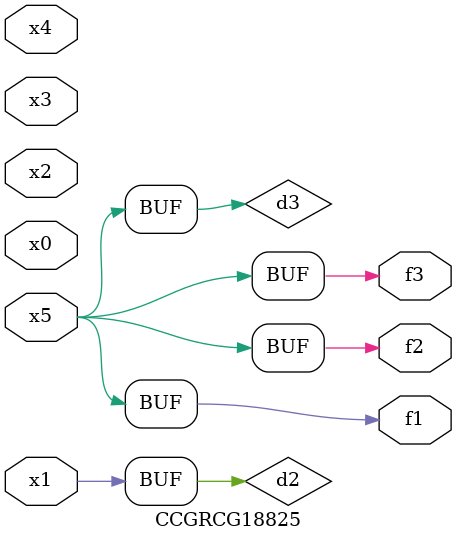
<source format=v>
module CCGRCG18825(
	input x0, x1, x2, x3, x4, x5,
	output f1, f2, f3
);

	wire d1, d2, d3;

	not (d1, x5);
	or (d2, x1);
	xnor (d3, d1);
	assign f1 = d3;
	assign f2 = d3;
	assign f3 = d3;
endmodule

</source>
